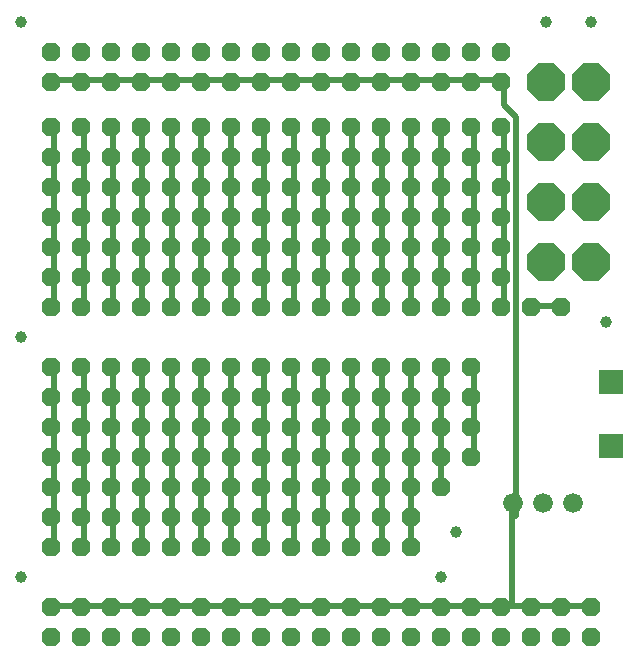
<source format=gbl>
G75*
%MOIN*%
%OFA0B0*%
%FSLAX25Y25*%
%IPPOS*%
%LPD*%
%AMOC8*
5,1,8,0,0,1.08239X$1,22.5*
%
%ADD10OC8,0.06300*%
%ADD11C,0.06600*%
%ADD12OC8,0.12500*%
%ADD13R,0.07874X0.07874*%
%ADD14C,0.02000*%
%ADD15C,0.03962*%
D10*
X0057595Y0053933D03*
X0057595Y0063933D03*
X0067595Y0063933D03*
X0067595Y0053933D03*
X0077595Y0053933D03*
X0077595Y0063933D03*
X0087595Y0063933D03*
X0087595Y0053933D03*
X0097595Y0053933D03*
X0097595Y0063933D03*
X0107595Y0063933D03*
X0117595Y0063933D03*
X0117595Y0053933D03*
X0107595Y0053933D03*
X0127595Y0053933D03*
X0127595Y0063933D03*
X0137595Y0063933D03*
X0137595Y0053933D03*
X0147595Y0053933D03*
X0147595Y0063933D03*
X0157595Y0063933D03*
X0157595Y0053933D03*
X0167595Y0053933D03*
X0167595Y0063933D03*
X0177595Y0063933D03*
X0177595Y0053933D03*
X0187595Y0053933D03*
X0187595Y0063933D03*
X0197595Y0063933D03*
X0197595Y0053933D03*
X0207595Y0053933D03*
X0207595Y0063933D03*
X0217595Y0063933D03*
X0227595Y0063933D03*
X0227595Y0053933D03*
X0217595Y0053933D03*
X0237595Y0053933D03*
X0237595Y0063933D03*
X0197595Y0113933D03*
X0197595Y0123933D03*
X0187595Y0123933D03*
X0187595Y0113933D03*
X0187595Y0103933D03*
X0177595Y0103933D03*
X0177595Y0113933D03*
X0177595Y0123933D03*
X0167595Y0123933D03*
X0167595Y0113933D03*
X0167595Y0103933D03*
X0157595Y0103933D03*
X0157595Y0113933D03*
X0157595Y0123933D03*
X0147595Y0123933D03*
X0147595Y0113933D03*
X0147595Y0103933D03*
X0137595Y0103933D03*
X0137595Y0113933D03*
X0137595Y0123933D03*
X0127595Y0123933D03*
X0127595Y0113933D03*
X0127595Y0103933D03*
X0117595Y0103933D03*
X0107595Y0103933D03*
X0107595Y0113933D03*
X0107595Y0123933D03*
X0117595Y0123933D03*
X0117595Y0113933D03*
X0097595Y0113933D03*
X0097595Y0103933D03*
X0087595Y0103933D03*
X0087595Y0113933D03*
X0087595Y0123933D03*
X0077595Y0123933D03*
X0077595Y0113933D03*
X0077595Y0103933D03*
X0067595Y0103933D03*
X0067595Y0113933D03*
X0067595Y0123933D03*
X0057595Y0123933D03*
X0057595Y0113933D03*
X0057595Y0103933D03*
X0057595Y0093933D03*
X0057595Y0083933D03*
X0067595Y0083933D03*
X0067595Y0093933D03*
X0077595Y0093933D03*
X0077595Y0083933D03*
X0087595Y0083933D03*
X0087595Y0093933D03*
X0097595Y0093933D03*
X0097595Y0083933D03*
X0107595Y0083933D03*
X0107595Y0093933D03*
X0117595Y0093933D03*
X0117595Y0083933D03*
X0127595Y0083933D03*
X0127595Y0093933D03*
X0137595Y0093933D03*
X0137595Y0083933D03*
X0147595Y0083933D03*
X0147595Y0093933D03*
X0157595Y0093933D03*
X0157595Y0083933D03*
X0167595Y0083933D03*
X0167595Y0093933D03*
X0177595Y0093933D03*
X0177595Y0083933D03*
X0177595Y0133933D03*
X0177595Y0143933D03*
X0167595Y0143933D03*
X0167595Y0133933D03*
X0157595Y0133933D03*
X0157595Y0143933D03*
X0147595Y0143933D03*
X0147595Y0133933D03*
X0137595Y0133933D03*
X0137595Y0143933D03*
X0127595Y0143933D03*
X0127595Y0133933D03*
X0117595Y0133933D03*
X0107595Y0133933D03*
X0107595Y0143933D03*
X0117595Y0143933D03*
X0097595Y0143933D03*
X0097595Y0133933D03*
X0087595Y0133933D03*
X0087595Y0143933D03*
X0077595Y0143933D03*
X0077595Y0133933D03*
X0067595Y0133933D03*
X0067595Y0143933D03*
X0057595Y0143933D03*
X0057595Y0133933D03*
X0057595Y0163933D03*
X0057595Y0173933D03*
X0057595Y0183933D03*
X0057595Y0193933D03*
X0057595Y0203933D03*
X0057595Y0213933D03*
X0057595Y0223933D03*
X0067595Y0223933D03*
X0067595Y0213933D03*
X0067595Y0203933D03*
X0067595Y0193933D03*
X0067595Y0183933D03*
X0067595Y0173933D03*
X0067595Y0163933D03*
X0077595Y0163933D03*
X0077595Y0173933D03*
X0077595Y0183933D03*
X0077595Y0193933D03*
X0077595Y0203933D03*
X0077595Y0213933D03*
X0077595Y0223933D03*
X0087595Y0223933D03*
X0087595Y0213933D03*
X0087595Y0203933D03*
X0087595Y0193933D03*
X0087595Y0183933D03*
X0087595Y0173933D03*
X0087595Y0163933D03*
X0097595Y0163933D03*
X0097595Y0173933D03*
X0097595Y0183933D03*
X0097595Y0193933D03*
X0097595Y0203933D03*
X0097595Y0213933D03*
X0097595Y0223933D03*
X0107595Y0223933D03*
X0107595Y0213933D03*
X0107595Y0203933D03*
X0117595Y0203933D03*
X0117595Y0213933D03*
X0117595Y0223933D03*
X0127595Y0223933D03*
X0127595Y0213933D03*
X0127595Y0203933D03*
X0127595Y0193933D03*
X0127595Y0183933D03*
X0127595Y0173933D03*
X0127595Y0163933D03*
X0117595Y0163933D03*
X0107595Y0163933D03*
X0107595Y0173933D03*
X0107595Y0183933D03*
X0107595Y0193933D03*
X0117595Y0193933D03*
X0117595Y0183933D03*
X0117595Y0173933D03*
X0137595Y0173933D03*
X0137595Y0163933D03*
X0147595Y0163933D03*
X0147595Y0173933D03*
X0147595Y0183933D03*
X0147595Y0193933D03*
X0137595Y0193933D03*
X0137595Y0183933D03*
X0137595Y0203933D03*
X0137595Y0213933D03*
X0137595Y0223933D03*
X0147595Y0223933D03*
X0147595Y0213933D03*
X0147595Y0203933D03*
X0157595Y0203933D03*
X0157595Y0213933D03*
X0157595Y0223933D03*
X0167595Y0223933D03*
X0167595Y0213933D03*
X0167595Y0203933D03*
X0167595Y0193933D03*
X0167595Y0183933D03*
X0167595Y0173933D03*
X0167595Y0163933D03*
X0157595Y0163933D03*
X0157595Y0173933D03*
X0157595Y0183933D03*
X0157595Y0193933D03*
X0177595Y0193933D03*
X0177595Y0183933D03*
X0177595Y0173933D03*
X0177595Y0163933D03*
X0187595Y0163933D03*
X0187595Y0173933D03*
X0187595Y0183933D03*
X0187595Y0193933D03*
X0187595Y0203933D03*
X0187595Y0213933D03*
X0187595Y0223933D03*
X0177595Y0223933D03*
X0177595Y0213933D03*
X0177595Y0203933D03*
X0197595Y0203933D03*
X0197595Y0213933D03*
X0197595Y0223933D03*
X0207595Y0223933D03*
X0207595Y0213933D03*
X0207595Y0203933D03*
X0207595Y0193933D03*
X0207595Y0183933D03*
X0207595Y0173933D03*
X0207595Y0163933D03*
X0197595Y0163933D03*
X0197595Y0173933D03*
X0197595Y0183933D03*
X0197595Y0193933D03*
X0217595Y0163933D03*
X0227595Y0163933D03*
X0197595Y0143933D03*
X0197595Y0133933D03*
X0187595Y0133933D03*
X0187595Y0143933D03*
X0187595Y0238933D03*
X0177595Y0238933D03*
X0167595Y0238933D03*
X0157595Y0238933D03*
X0147595Y0238933D03*
X0137595Y0238933D03*
X0127595Y0238933D03*
X0117595Y0238933D03*
X0107595Y0238933D03*
X0097595Y0238933D03*
X0087595Y0238933D03*
X0077595Y0238933D03*
X0067595Y0238933D03*
X0057595Y0238933D03*
X0057595Y0248933D03*
X0067595Y0248933D03*
X0077595Y0248933D03*
X0087595Y0248933D03*
X0097595Y0248933D03*
X0107595Y0248933D03*
X0117595Y0248933D03*
X0127595Y0248933D03*
X0137595Y0248933D03*
X0147595Y0248933D03*
X0157595Y0248933D03*
X0167595Y0248933D03*
X0177595Y0248933D03*
X0187595Y0248933D03*
X0197595Y0248933D03*
X0197595Y0238933D03*
X0207595Y0238933D03*
X0207595Y0248933D03*
X0097595Y0123933D03*
D11*
X0211414Y0098539D03*
X0221414Y0098539D03*
X0231414Y0098539D03*
D12*
X0237595Y0178933D03*
X0222595Y0178933D03*
X0222595Y0198933D03*
X0237595Y0198933D03*
X0237595Y0218933D03*
X0222595Y0218933D03*
X0222595Y0238933D03*
X0237595Y0238933D03*
D13*
X0244170Y0138913D03*
X0244170Y0117457D03*
D14*
X0211414Y0098539D02*
X0212595Y0094133D01*
X0212595Y0227133D01*
X0208395Y0231333D01*
X0208395Y0238333D01*
X0207595Y0238933D01*
X0206995Y0239733D01*
X0198595Y0239733D01*
X0197595Y0238933D01*
X0197195Y0239733D01*
X0188795Y0239733D01*
X0187595Y0238933D01*
X0187395Y0239733D01*
X0177595Y0239733D01*
X0177595Y0238933D01*
X0177595Y0239733D02*
X0167795Y0239733D01*
X0167595Y0238933D01*
X0166395Y0239733D01*
X0157995Y0239733D01*
X0157595Y0238933D01*
X0156595Y0239733D01*
X0148195Y0239733D01*
X0147595Y0238933D01*
X0146795Y0239733D01*
X0138395Y0239733D01*
X0137595Y0238933D01*
X0136995Y0239733D01*
X0128595Y0239733D01*
X0127595Y0238933D01*
X0127195Y0239733D01*
X0118795Y0239733D01*
X0117595Y0238933D01*
X0117395Y0239733D01*
X0107595Y0239733D01*
X0107595Y0238933D01*
X0107595Y0239733D02*
X0097795Y0239733D01*
X0097595Y0238933D01*
X0096395Y0239733D01*
X0087995Y0239733D01*
X0087595Y0238933D01*
X0086595Y0239733D01*
X0078195Y0239733D01*
X0077595Y0238933D01*
X0076795Y0239733D01*
X0068395Y0239733D01*
X0067595Y0238933D01*
X0066995Y0239733D01*
X0058595Y0239733D01*
X0057595Y0238933D01*
X0057595Y0223933D02*
X0058595Y0222933D01*
X0058595Y0214533D01*
X0057595Y0213933D01*
X0058595Y0213133D01*
X0058595Y0204733D01*
X0057595Y0203933D01*
X0058595Y0203333D01*
X0058595Y0194933D01*
X0057595Y0193933D01*
X0058595Y0193533D01*
X0058595Y0185133D01*
X0057595Y0183933D01*
X0058595Y0183733D01*
X0058595Y0173933D01*
X0057595Y0173933D01*
X0058595Y0173933D02*
X0058595Y0164133D01*
X0057595Y0163933D01*
X0067595Y0163933D02*
X0068395Y0164133D01*
X0068395Y0173933D01*
X0067595Y0173933D01*
X0068395Y0173933D02*
X0068395Y0183733D01*
X0067595Y0183933D01*
X0068395Y0185133D01*
X0068395Y0193533D01*
X0067595Y0193933D01*
X0068395Y0194933D01*
X0068395Y0203333D01*
X0067595Y0203933D01*
X0068395Y0204733D01*
X0068395Y0213133D01*
X0067595Y0213933D01*
X0068395Y0214533D01*
X0068395Y0222933D01*
X0067595Y0223933D01*
X0077595Y0223933D02*
X0078195Y0222933D01*
X0078195Y0214533D01*
X0077595Y0213933D01*
X0078195Y0213133D01*
X0078195Y0204733D01*
X0077595Y0203933D01*
X0078195Y0203333D01*
X0078195Y0194933D01*
X0077595Y0193933D01*
X0078195Y0193533D01*
X0078195Y0185133D01*
X0077595Y0183933D01*
X0078195Y0183733D01*
X0078195Y0173933D01*
X0077595Y0173933D01*
X0078195Y0173933D02*
X0078195Y0164133D01*
X0077595Y0163933D01*
X0087595Y0163933D02*
X0087995Y0164133D01*
X0087995Y0173933D01*
X0087595Y0173933D01*
X0087995Y0173933D02*
X0087995Y0183733D01*
X0087595Y0183933D01*
X0087995Y0185133D01*
X0087995Y0193533D01*
X0087595Y0193933D01*
X0087995Y0194933D01*
X0087995Y0203333D01*
X0087595Y0203933D01*
X0087995Y0204733D01*
X0087995Y0213133D01*
X0087595Y0213933D01*
X0087995Y0214533D01*
X0087995Y0222933D01*
X0087595Y0223933D01*
X0097595Y0223933D02*
X0097795Y0222933D01*
X0097795Y0214533D01*
X0097595Y0213933D01*
X0097795Y0213133D01*
X0097795Y0204733D01*
X0097595Y0203933D01*
X0097795Y0203333D01*
X0097795Y0194933D01*
X0097595Y0193933D01*
X0097795Y0193533D01*
X0097795Y0185133D01*
X0097595Y0183933D01*
X0097795Y0183733D01*
X0097795Y0173933D01*
X0097595Y0173933D01*
X0097795Y0173933D02*
X0097795Y0164133D01*
X0097595Y0163933D01*
X0107595Y0163933D02*
X0107595Y0173933D01*
X0107595Y0183933D01*
X0107595Y0193933D01*
X0107595Y0203933D01*
X0107595Y0213933D01*
X0107595Y0223933D01*
X0117395Y0222933D02*
X0117395Y0214533D01*
X0117595Y0213933D01*
X0117395Y0213133D01*
X0117395Y0204733D01*
X0117595Y0203933D01*
X0117395Y0203333D01*
X0117395Y0194933D01*
X0117595Y0193933D01*
X0117395Y0193533D01*
X0117395Y0185133D01*
X0117595Y0183933D01*
X0117395Y0183733D01*
X0117395Y0173933D01*
X0117595Y0173933D01*
X0117395Y0173933D02*
X0117395Y0164133D01*
X0117595Y0163933D01*
X0127595Y0163933D02*
X0128595Y0164133D01*
X0128595Y0173933D01*
X0127595Y0173933D01*
X0128595Y0173933D02*
X0128595Y0183733D01*
X0127595Y0183933D01*
X0128595Y0185133D01*
X0128595Y0193533D01*
X0127595Y0193933D01*
X0128595Y0194933D01*
X0128595Y0203333D01*
X0127595Y0203933D01*
X0128595Y0204733D01*
X0128595Y0213133D01*
X0127595Y0213933D01*
X0128595Y0214533D01*
X0128595Y0222933D01*
X0127595Y0223933D01*
X0117595Y0223933D02*
X0117395Y0222933D01*
X0137595Y0223933D02*
X0138395Y0222933D01*
X0138395Y0214533D01*
X0137595Y0213933D01*
X0138395Y0213133D01*
X0138395Y0204733D01*
X0137595Y0203933D01*
X0138395Y0203333D01*
X0138395Y0194933D01*
X0137595Y0193933D01*
X0138395Y0193533D01*
X0138395Y0185133D01*
X0137595Y0183933D01*
X0138395Y0183733D01*
X0138395Y0173933D01*
X0137595Y0173933D01*
X0138395Y0173933D02*
X0138395Y0164133D01*
X0137595Y0163933D01*
X0147595Y0163933D02*
X0148195Y0164133D01*
X0148195Y0173933D01*
X0147595Y0173933D01*
X0148195Y0173933D02*
X0148195Y0183733D01*
X0147595Y0183933D01*
X0148195Y0185133D01*
X0148195Y0193533D01*
X0147595Y0193933D01*
X0148195Y0194933D01*
X0148195Y0203333D01*
X0147595Y0203933D01*
X0148195Y0204733D01*
X0148195Y0213133D01*
X0147595Y0213933D01*
X0148195Y0214533D01*
X0148195Y0222933D01*
X0147595Y0223933D01*
X0157595Y0223933D02*
X0157995Y0222933D01*
X0157995Y0214533D01*
X0157595Y0213933D01*
X0157995Y0213133D01*
X0157995Y0204733D01*
X0157595Y0203933D01*
X0157995Y0203333D01*
X0157995Y0194933D01*
X0157595Y0193933D01*
X0157995Y0193533D01*
X0157995Y0185133D01*
X0157595Y0183933D01*
X0157995Y0183733D01*
X0157995Y0173933D01*
X0157595Y0173933D01*
X0157995Y0173933D02*
X0157995Y0164133D01*
X0157595Y0163933D01*
X0167595Y0163933D02*
X0167795Y0164133D01*
X0167795Y0173933D01*
X0167595Y0173933D01*
X0167795Y0173933D02*
X0167795Y0183733D01*
X0167595Y0183933D01*
X0167795Y0185133D01*
X0167795Y0193533D01*
X0167595Y0193933D01*
X0167795Y0194933D01*
X0167795Y0203333D01*
X0167595Y0203933D01*
X0167795Y0204733D01*
X0167795Y0213133D01*
X0167595Y0213933D01*
X0167795Y0214533D01*
X0167795Y0222933D01*
X0167595Y0223933D01*
X0177595Y0223933D02*
X0177595Y0213933D01*
X0177595Y0203933D01*
X0177595Y0193933D01*
X0177595Y0183933D01*
X0177595Y0173933D01*
X0177595Y0163933D01*
X0187395Y0164133D02*
X0187595Y0163933D01*
X0187395Y0164133D02*
X0187395Y0173933D01*
X0187595Y0173933D01*
X0187395Y0173933D02*
X0187395Y0183733D01*
X0187595Y0183933D01*
X0187395Y0185133D01*
X0187395Y0193533D01*
X0187595Y0193933D01*
X0187395Y0194933D01*
X0187395Y0203333D01*
X0187595Y0203933D01*
X0187395Y0204733D01*
X0187395Y0213133D01*
X0187595Y0213933D01*
X0187395Y0214533D01*
X0187395Y0222933D01*
X0187595Y0223933D01*
X0197595Y0223933D02*
X0198595Y0222933D01*
X0198595Y0214533D01*
X0197595Y0213933D01*
X0198595Y0213133D01*
X0198595Y0204733D01*
X0197595Y0203933D01*
X0198595Y0203333D01*
X0198595Y0194933D01*
X0197595Y0193933D01*
X0198595Y0193533D01*
X0198595Y0185133D01*
X0197595Y0183933D01*
X0198595Y0183733D01*
X0198595Y0173933D01*
X0197595Y0173933D01*
X0198595Y0173933D02*
X0198595Y0164133D01*
X0197595Y0163933D01*
X0207595Y0163933D02*
X0208395Y0164133D01*
X0208395Y0173933D01*
X0207595Y0173933D01*
X0208395Y0173933D02*
X0208395Y0183733D01*
X0207595Y0183933D01*
X0208395Y0185133D01*
X0208395Y0193533D01*
X0207595Y0193933D01*
X0208395Y0194933D01*
X0208395Y0203333D01*
X0207595Y0203933D01*
X0208395Y0204733D01*
X0208395Y0213133D01*
X0207595Y0213933D01*
X0208395Y0214533D01*
X0208395Y0222933D01*
X0207595Y0223933D01*
X0218195Y0164133D02*
X0217595Y0163933D01*
X0218195Y0164133D02*
X0226595Y0164133D01*
X0227595Y0163933D01*
X0198595Y0143133D02*
X0198595Y0134733D01*
X0197595Y0133933D01*
X0198595Y0133333D01*
X0198595Y0124933D01*
X0197595Y0123933D01*
X0198595Y0123533D01*
X0198595Y0115133D01*
X0197595Y0113933D01*
X0187595Y0113933D02*
X0187395Y0115133D01*
X0187395Y0123533D01*
X0187595Y0123933D01*
X0187395Y0124933D01*
X0187395Y0133333D01*
X0187595Y0133933D01*
X0187395Y0134733D01*
X0187395Y0143133D01*
X0187595Y0143933D01*
X0177595Y0143933D02*
X0177595Y0133933D01*
X0177595Y0123933D01*
X0177595Y0113933D01*
X0177595Y0103933D01*
X0177595Y0093933D01*
X0177595Y0083933D01*
X0167795Y0084333D02*
X0167595Y0083933D01*
X0167795Y0084333D02*
X0167795Y0092733D01*
X0167595Y0093933D01*
X0167795Y0094133D01*
X0167795Y0103933D01*
X0167595Y0103933D01*
X0167795Y0103933D02*
X0167795Y0113733D01*
X0167595Y0113933D01*
X0167795Y0115133D01*
X0167795Y0123533D01*
X0167595Y0123933D01*
X0167795Y0124933D01*
X0167795Y0133333D01*
X0167595Y0133933D01*
X0167795Y0134733D01*
X0167795Y0143133D01*
X0167595Y0143933D01*
X0157995Y0143133D02*
X0157995Y0134733D01*
X0157595Y0133933D01*
X0157995Y0133333D01*
X0157995Y0124933D01*
X0157595Y0123933D01*
X0157995Y0123533D01*
X0157995Y0115133D01*
X0157595Y0113933D01*
X0157995Y0113733D01*
X0157995Y0103933D01*
X0157595Y0103933D01*
X0157995Y0103933D02*
X0157995Y0094133D01*
X0157595Y0093933D01*
X0157995Y0092733D01*
X0157995Y0084333D01*
X0157595Y0083933D01*
X0148195Y0084333D02*
X0147595Y0083933D01*
X0148195Y0084333D02*
X0148195Y0092733D01*
X0147595Y0093933D01*
X0148195Y0094133D01*
X0148195Y0103933D01*
X0147595Y0103933D01*
X0148195Y0103933D02*
X0148195Y0113733D01*
X0147595Y0113933D01*
X0148195Y0115133D01*
X0148195Y0123533D01*
X0147595Y0123933D01*
X0148195Y0124933D01*
X0148195Y0133333D01*
X0147595Y0133933D01*
X0148195Y0134733D01*
X0148195Y0143133D01*
X0147595Y0143933D01*
X0138395Y0143133D02*
X0138395Y0134733D01*
X0137595Y0133933D01*
X0138395Y0133333D01*
X0138395Y0124933D01*
X0137595Y0123933D01*
X0138395Y0123533D01*
X0138395Y0115133D01*
X0137595Y0113933D01*
X0138395Y0113733D01*
X0138395Y0103933D01*
X0137595Y0103933D01*
X0138395Y0103933D02*
X0138395Y0094133D01*
X0137595Y0093933D01*
X0138395Y0092733D01*
X0138395Y0084333D01*
X0137595Y0083933D01*
X0128595Y0084333D02*
X0128595Y0092733D01*
X0127595Y0093933D01*
X0128595Y0094133D01*
X0128595Y0103933D01*
X0127595Y0103933D01*
X0128595Y0103933D02*
X0128595Y0113733D01*
X0127595Y0113933D01*
X0128595Y0115133D01*
X0128595Y0123533D01*
X0127595Y0123933D01*
X0128595Y0124933D01*
X0128595Y0133333D01*
X0127595Y0133933D01*
X0128595Y0134733D01*
X0128595Y0143133D01*
X0127595Y0143933D01*
X0117595Y0143933D02*
X0117395Y0143133D01*
X0117395Y0134733D01*
X0117595Y0133933D01*
X0117395Y0133333D01*
X0117395Y0124933D01*
X0117595Y0123933D01*
X0117395Y0123533D01*
X0117395Y0115133D01*
X0117595Y0113933D01*
X0117395Y0113733D01*
X0117395Y0103933D01*
X0117595Y0103933D01*
X0117395Y0103933D02*
X0117395Y0094133D01*
X0117595Y0093933D01*
X0117395Y0092733D01*
X0117395Y0084333D01*
X0117595Y0083933D01*
X0107595Y0083933D02*
X0107595Y0093933D01*
X0107595Y0103933D01*
X0107595Y0113933D01*
X0107595Y0123933D01*
X0107595Y0133933D01*
X0107595Y0143933D01*
X0097795Y0143133D02*
X0097795Y0134733D01*
X0097595Y0133933D01*
X0097795Y0133333D01*
X0097795Y0124933D01*
X0097595Y0123933D01*
X0097795Y0123533D01*
X0097795Y0115133D01*
X0097595Y0113933D01*
X0097795Y0113733D01*
X0097795Y0103933D01*
X0097595Y0103933D01*
X0097795Y0103933D02*
X0097795Y0094133D01*
X0097595Y0093933D01*
X0097795Y0092733D01*
X0097795Y0084333D01*
X0097595Y0083933D01*
X0087995Y0084333D02*
X0087595Y0083933D01*
X0087995Y0084333D02*
X0087995Y0092733D01*
X0087595Y0093933D01*
X0087995Y0094133D01*
X0087995Y0103933D01*
X0087595Y0103933D01*
X0087995Y0103933D02*
X0087995Y0113733D01*
X0087595Y0113933D01*
X0087995Y0115133D01*
X0087995Y0123533D01*
X0087595Y0123933D01*
X0087995Y0124933D01*
X0087995Y0133333D01*
X0087595Y0133933D01*
X0087995Y0134733D01*
X0087995Y0143133D01*
X0087595Y0143933D01*
X0078195Y0143133D02*
X0078195Y0134733D01*
X0077595Y0133933D01*
X0078195Y0133333D01*
X0078195Y0124933D01*
X0077595Y0123933D01*
X0078195Y0123533D01*
X0078195Y0115133D01*
X0077595Y0113933D01*
X0078195Y0113733D01*
X0078195Y0103933D01*
X0077595Y0103933D01*
X0078195Y0103933D02*
X0078195Y0094133D01*
X0077595Y0093933D01*
X0078195Y0092733D01*
X0078195Y0084333D01*
X0077595Y0083933D01*
X0068395Y0084333D02*
X0067595Y0083933D01*
X0068395Y0084333D02*
X0068395Y0092733D01*
X0067595Y0093933D01*
X0068395Y0094133D01*
X0068395Y0103933D01*
X0067595Y0103933D01*
X0068395Y0103933D02*
X0068395Y0113733D01*
X0067595Y0113933D01*
X0068395Y0115133D01*
X0068395Y0123533D01*
X0067595Y0123933D01*
X0068395Y0124933D01*
X0068395Y0133333D01*
X0067595Y0133933D01*
X0068395Y0134733D01*
X0068395Y0143133D01*
X0067595Y0143933D01*
X0058595Y0143133D02*
X0058595Y0134733D01*
X0057595Y0133933D01*
X0058595Y0133333D01*
X0058595Y0124933D01*
X0057595Y0123933D01*
X0058595Y0123533D01*
X0058595Y0115133D01*
X0057595Y0113933D01*
X0058595Y0113733D01*
X0058595Y0103933D01*
X0057595Y0103933D01*
X0058595Y0103933D02*
X0058595Y0094133D01*
X0057595Y0093933D01*
X0058595Y0092733D01*
X0058595Y0084333D01*
X0057595Y0083933D01*
X0058595Y0064133D02*
X0057595Y0063933D01*
X0058595Y0064133D02*
X0066995Y0064133D01*
X0067595Y0063933D01*
X0068395Y0064133D01*
X0076795Y0064133D01*
X0077595Y0063933D01*
X0078195Y0064133D01*
X0086595Y0064133D01*
X0087595Y0063933D01*
X0087995Y0064133D01*
X0096395Y0064133D01*
X0097595Y0063933D01*
X0097795Y0064133D01*
X0107595Y0064133D01*
X0107595Y0063933D01*
X0107595Y0064133D02*
X0117395Y0064133D01*
X0117595Y0063933D01*
X0118795Y0064133D01*
X0127195Y0064133D01*
X0127595Y0063933D01*
X0128595Y0064133D01*
X0136995Y0064133D01*
X0137595Y0063933D01*
X0138395Y0064133D01*
X0146795Y0064133D01*
X0147595Y0063933D01*
X0148195Y0064133D01*
X0156595Y0064133D01*
X0157595Y0063933D01*
X0157995Y0064133D01*
X0166395Y0064133D01*
X0167595Y0063933D01*
X0167795Y0064133D01*
X0177595Y0064133D01*
X0177595Y0063933D01*
X0177595Y0064133D02*
X0187395Y0064133D01*
X0187595Y0063933D01*
X0188795Y0064133D01*
X0197195Y0064133D01*
X0197595Y0063933D01*
X0198595Y0064133D01*
X0206995Y0064133D01*
X0207595Y0063933D01*
X0208395Y0064133D01*
X0211195Y0064133D01*
X0211195Y0092733D01*
X0211414Y0098539D01*
X0187595Y0103933D02*
X0187395Y0103933D01*
X0187395Y0113733D01*
X0187595Y0113933D01*
X0198595Y0143133D02*
X0197595Y0143933D01*
X0157995Y0143133D02*
X0157595Y0143933D01*
X0138395Y0143133D02*
X0137595Y0143933D01*
X0097795Y0143133D02*
X0097595Y0143933D01*
X0078195Y0143133D02*
X0077595Y0143933D01*
X0058595Y0143133D02*
X0057595Y0143933D01*
X0127595Y0083933D02*
X0128595Y0084333D01*
X0211195Y0064133D02*
X0216795Y0064133D01*
X0217595Y0063933D01*
X0218195Y0064133D01*
X0226595Y0064133D01*
X0227595Y0063933D01*
X0227995Y0064133D01*
X0236395Y0064133D01*
X0237595Y0063933D01*
D15*
X0192595Y0088933D03*
X0187595Y0073933D03*
X0242595Y0158933D03*
X0237595Y0258933D03*
X0222595Y0258933D03*
X0047595Y0258933D03*
X0047595Y0153933D03*
X0047595Y0073933D03*
M02*

</source>
